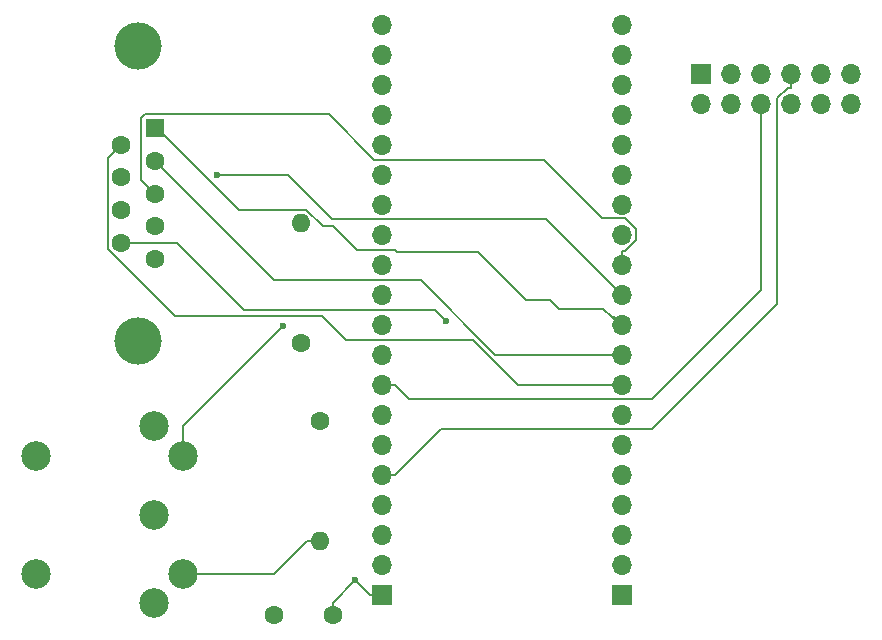
<source format=gbr>
%TF.GenerationSoftware,KiCad,Pcbnew,9.0.2*%
%TF.CreationDate,2025-12-11T17:12:11+00:00*%
%TF.ProjectId,nanoshield,6e616e6f-7368-4696-956c-642e6b696361,rev?*%
%TF.SameCoordinates,Original*%
%TF.FileFunction,Copper,L1,Top*%
%TF.FilePolarity,Positive*%
%FSLAX46Y46*%
G04 Gerber Fmt 4.6, Leading zero omitted, Abs format (unit mm)*
G04 Created by KiCad (PCBNEW 9.0.2) date 2025-12-11 17:12:11*
%MOMM*%
%LPD*%
G01*
G04 APERTURE LIST*
%TA.AperFunction,ComponentPad*%
%ADD10R,1.700000X1.700000*%
%TD*%
%TA.AperFunction,ComponentPad*%
%ADD11O,1.700000X1.700000*%
%TD*%
%TA.AperFunction,ComponentPad*%
%ADD12C,4.000000*%
%TD*%
%TA.AperFunction,ComponentPad*%
%ADD13R,1.600000X1.600000*%
%TD*%
%TA.AperFunction,ComponentPad*%
%ADD14C,1.600000*%
%TD*%
%TA.AperFunction,ComponentPad*%
%ADD15O,1.600000X1.600000*%
%TD*%
%TA.AperFunction,WasherPad*%
%ADD16C,2.499360*%
%TD*%
%TA.AperFunction,ComponentPad*%
%ADD17C,2.499360*%
%TD*%
%TA.AperFunction,ViaPad*%
%ADD18C,0.600000*%
%TD*%
%TA.AperFunction,Conductor*%
%ADD19C,0.200000*%
%TD*%
G04 APERTURE END LIST*
D10*
%TO.P,J3,1,Pin_1*%
%TO.N,+5V*%
X122550000Y-81240000D03*
D11*
%TO.P,J3,2,Pin_2*%
%TO.N,GND*%
X122550000Y-78700000D03*
%TO.P,J3,3,Pin_3*%
%TO.N,unconnected-(J3-Pin_3-Pad3)*%
X122550000Y-76160000D03*
%TO.P,J3,4,Pin_4*%
%TO.N,unconnected-(J3-Pin_4-Pad4)*%
X122550000Y-73620000D03*
%TO.P,J3,5,Pin_5*%
%TO.N,miso*%
X122550000Y-71080000D03*
%TO.P,J3,6,Pin_6*%
%TO.N,mosi*%
X122550000Y-68540000D03*
%TO.P,J3,7,Pin_7*%
%TO.N,csn*%
X122550000Y-66000000D03*
%TO.P,J3,8,Pin_8*%
%TO.N,sck*%
X122550000Y-63460000D03*
%TO.P,J3,9,Pin_9*%
%TO.N,irq*%
X122550000Y-60920000D03*
%TO.P,J3,10,Pin_10*%
%TO.N,unconnected-(J3-Pin_10-Pad10)*%
X122550000Y-58380000D03*
%TO.P,J3,11,Pin_11*%
%TO.N,unconnected-(J3-Pin_11-Pad11)*%
X122550000Y-55840000D03*
%TO.P,J3,12,Pin_12*%
%TO.N,unconnected-(J3-Pin_12-Pad12)*%
X122550000Y-53300000D03*
%TO.P,J3,13,Pin_13*%
%TO.N,unconnected-(J3-Pin_13-Pad13)*%
X122550000Y-50760000D03*
%TO.P,J3,14,Pin_14*%
%TO.N,unconnected-(J3-Pin_14-Pad14)*%
X122550000Y-48220000D03*
%TO.P,J3,15,Pin_15*%
%TO.N,unconnected-(J3-Pin_15-Pad15)*%
X122550000Y-45680000D03*
%TO.P,J3,16,Pin_16*%
%TO.N,unconnected-(J3-Pin_16-Pad16)*%
X122550000Y-43140000D03*
%TO.P,J3,17,Pin_17*%
%TO.N,unconnected-(J3-Pin_17-Pad17)*%
X122550000Y-40600000D03*
%TO.P,J3,18,Pin_18*%
%TO.N,midi-out*%
X122550000Y-38060000D03*
%TO.P,J3,19,Pin_19*%
%TO.N,unconnected-(J3-Pin_19-Pad19)*%
X122550000Y-35520000D03*
%TO.P,J3,20,Pin_20*%
%TO.N,unconnected-(J3-Pin_20-Pad20)*%
X122550000Y-32980000D03*
%TD*%
D10*
%TO.P,J1,1,Pin_1*%
%TO.N,unconnected-(J1-Pin_1-Pad1)*%
X142850000Y-81200000D03*
D11*
%TO.P,J1,2,Pin_2*%
%TO.N,unconnected-(J1-Pin_2-Pad2)*%
X142850000Y-78660000D03*
%TO.P,J1,3,Pin_3*%
%TO.N,unconnected-(J1-Pin_3-Pad3)*%
X142850000Y-76120000D03*
%TO.P,J1,4,Pin_4*%
%TO.N,unconnected-(J1-Pin_4-Pad4)*%
X142850000Y-73580000D03*
%TO.P,J1,5,Pin_5*%
%TO.N,unconnected-(J1-Pin_5-Pad5)*%
X142850000Y-71040000D03*
%TO.P,J1,6,Pin_6*%
%TO.N,unconnected-(J1-Pin_6-Pad6)*%
X142850000Y-68500000D03*
%TO.P,J1,7,Pin_7*%
%TO.N,unconnected-(J1-Pin_7-Pad7)*%
X142850000Y-65960000D03*
%TO.P,J1,8,Pin_8*%
%TO.N,btn0*%
X142850000Y-63420000D03*
%TO.P,J1,9,Pin_9*%
%TO.N,down*%
X142850000Y-60880000D03*
%TO.P,J1,10,Pin_10*%
%TO.N,up*%
X142850000Y-58340000D03*
%TO.P,J1,11,Pin_11*%
%TO.N,right*%
X142850000Y-55800000D03*
%TO.P,J1,12,Pin_12*%
%TO.N,left*%
X142850000Y-53260000D03*
%TO.P,J1,13,Pin_13*%
%TO.N,btn1*%
X142850000Y-50720000D03*
%TO.P,J1,14,Pin_14*%
%TO.N,unconnected-(J1-Pin_14-Pad14)*%
X142850000Y-48180000D03*
%TO.P,J1,15,Pin_15*%
%TO.N,unconnected-(J1-Pin_15-Pad15)*%
X142850000Y-45640000D03*
%TO.P,J1,16,Pin_16*%
%TO.N,unconnected-(J1-Pin_16-Pad16)*%
X142850000Y-43100000D03*
%TO.P,J1,17,Pin_17*%
%TO.N,unconnected-(J1-Pin_17-Pad17)*%
X142850000Y-40560000D03*
%TO.P,J1,18,Pin_18*%
%TO.N,unconnected-(J1-Pin_18-Pad18)*%
X142850000Y-38020000D03*
%TO.P,J1,19,Pin_19*%
%TO.N,+3V3*%
X142850000Y-35480000D03*
%TO.P,J1,20,Pin_20*%
%TO.N,GND*%
X142850000Y-32940000D03*
%TD*%
D12*
%TO.P,J2,0,PAD*%
%TO.N,GND*%
X101900000Y-34750000D03*
X101900000Y-59750000D03*
D13*
%TO.P,J2,1,1*%
%TO.N,up*%
X103320000Y-41710000D03*
D14*
%TO.P,J2,2,2*%
%TO.N,down*%
X103320000Y-44480000D03*
%TO.P,J2,3,3*%
%TO.N,left*%
X103320000Y-47250000D03*
%TO.P,J2,4,4*%
%TO.N,right*%
X103320000Y-50020000D03*
%TO.P,J2,5,5*%
%TO.N,unconnected-(J2-Pad5)*%
X103320000Y-52790000D03*
%TO.P,J2,6,6*%
%TO.N,btn0*%
X100480000Y-43095000D03*
%TO.P,J2,7,7*%
%TO.N,unconnected-(J2-Pad7)*%
X100480000Y-45865000D03*
%TO.P,J2,8,8*%
%TO.N,GND*%
X100480000Y-48635000D03*
%TO.P,J2,9,9*%
%TO.N,btn1*%
X100480000Y-51405000D03*
%TD*%
%TO.P,C1,1*%
%TO.N,+5V*%
X118400000Y-82950000D03*
%TO.P,C1,2*%
%TO.N,GND*%
X113400000Y-82950000D03*
%TD*%
%TO.P,R1,1*%
%TO.N,+3V3*%
X117350000Y-66470000D03*
D15*
%TO.P,R1,2*%
%TO.N,Net-(J5-Pad4)*%
X117350000Y-76630000D03*
%TD*%
D16*
%TO.P,J5,*%
%TO.N,*%
X93250000Y-69447440D03*
X93250000Y-79449960D03*
D17*
%TO.P,J5,1*%
%TO.N,unconnected-(J5-Pad1)*%
X103244900Y-81946780D03*
%TO.P,J5,2*%
%TO.N,GND*%
X103247440Y-74448700D03*
%TO.P,J5,3*%
%TO.N,unconnected-(J5-Pad3)*%
X103244900Y-66950620D03*
%TO.P,J5,4*%
%TO.N,Net-(J5-Pad4)*%
X105746800Y-79444880D03*
%TO.P,J5,5*%
%TO.N,Net-(J5-Pad5)*%
X105746800Y-69452520D03*
%TD*%
D14*
%TO.P,R2,1*%
%TO.N,Net-(J5-Pad5)*%
X115700000Y-59880000D03*
D15*
%TO.P,R2,2*%
%TO.N,midi-out*%
X115700000Y-49720000D03*
%TD*%
D10*
%TO.P,J4,1,Pin_1*%
%TO.N,unconnected-(J4-Pin_1-Pad1)*%
X149580000Y-37160000D03*
D11*
%TO.P,J4,2,Pin_2*%
%TO.N,unconnected-(J4-Pin_2-Pad2)*%
X149580000Y-39700000D03*
%TO.P,J4,3,Pin_3*%
%TO.N,irq*%
X152120000Y-37160000D03*
%TO.P,J4,4,Pin_4*%
%TO.N,unconnected-(J4-Pin_4-Pad4)*%
X152120000Y-39700000D03*
%TO.P,J4,5,Pin_5*%
%TO.N,csn*%
X154660000Y-37160000D03*
%TO.P,J4,6,Pin_6*%
%TO.N,sck*%
X154660000Y-39700000D03*
%TO.P,J4,7,Pin_7*%
%TO.N,miso*%
X157200000Y-37160000D03*
%TO.P,J4,8,Pin_8*%
%TO.N,mosi*%
X157200000Y-39700000D03*
%TO.P,J4,9,Pin_9*%
%TO.N,+5V*%
X159740000Y-37160000D03*
%TO.P,J4,10,Pin_10*%
%TO.N,unconnected-(J4-Pin_10-Pad10)*%
X159740000Y-39700000D03*
%TO.P,J4,11,Pin_11*%
%TO.N,GND*%
X162280000Y-37160000D03*
%TO.P,J4,12,Pin_12*%
X162280000Y-39700000D03*
%TD*%
D18*
%TO.N,right*%
X108595000Y-45713300D03*
%TO.N,btn1*%
X127978000Y-58031600D03*
%TO.N,+5V*%
X120302000Y-79976800D03*
%TO.N,Net-(J5-Pad5)*%
X114141000Y-58492100D03*
%TD*%
D19*
%TO.N,Net-(J5-Pad4)*%
X113433000Y-79444900D02*
X105747000Y-79444900D01*
X117350000Y-76630000D02*
X116248000Y-76630000D01*
X116248000Y-76630000D02*
X113433000Y-79444900D01*
%TO.N,down*%
X103320000Y-44480000D02*
X113410000Y-54570000D01*
X132136000Y-60880000D02*
X142850000Y-60880000D01*
X125826000Y-54570000D02*
X132136000Y-60880000D01*
X113410000Y-54570000D02*
X125826000Y-54570000D01*
%TO.N,up*%
X123700000Y-52030000D02*
X123831000Y-52160300D01*
X137556000Y-56990400D02*
X141293000Y-56990400D01*
X123831000Y-52160300D02*
X130664000Y-52160300D01*
X114241000Y-48619600D02*
X114243000Y-48618100D01*
X103922000Y-41810000D02*
X104022000Y-41910000D01*
X110479000Y-48619600D02*
X114241000Y-48619600D01*
X130664000Y-52160300D02*
X134744000Y-56240400D01*
X114243000Y-48618100D02*
X116156000Y-48618100D01*
X118428000Y-50010200D02*
X120448000Y-52030000D01*
X116156000Y-48618100D02*
X117549000Y-50010200D01*
X110461000Y-48637400D02*
X110479000Y-48619600D01*
X110461000Y-48637500D02*
X110461000Y-48637400D01*
X117549000Y-50010200D02*
X118428000Y-50010200D01*
X104022000Y-42198000D02*
X110461000Y-48637500D01*
X142215000Y-57705200D02*
X142850000Y-58340000D01*
X134744000Y-56240400D02*
X136806000Y-56240400D01*
X136806000Y-56240400D02*
X137556000Y-56990400D01*
X142008000Y-57705200D02*
X142215000Y-57705200D01*
X120448000Y-52030000D02*
X123700000Y-52030000D01*
X104022000Y-41910000D02*
X104022000Y-42198000D01*
X142008000Y-57705200D02*
X142723000Y-58420000D01*
X141293000Y-56990400D02*
X142008000Y-57705200D01*
%TO.N,right*%
X118314000Y-49406900D02*
X136456000Y-49406900D01*
X114621000Y-45713300D02*
X118314000Y-49406900D01*
X108595000Y-45713300D02*
X114621000Y-45713300D01*
X136456000Y-49406900D02*
X142850000Y-55800000D01*
%TO.N,left*%
X102466600Y-40529800D02*
X118039800Y-40529800D01*
X144031700Y-51195100D02*
X143118500Y-52108300D01*
X121920000Y-44410000D02*
X136266300Y-44410000D01*
X103320000Y-47250000D02*
X102139800Y-46069800D01*
X102139800Y-40856600D02*
X102466600Y-40529800D01*
X143118500Y-52108300D02*
X142850000Y-52108300D01*
X142850000Y-53260000D02*
X142850000Y-52108300D01*
X144031700Y-50240400D02*
X144031700Y-51195100D01*
X141194800Y-49338500D02*
X143129800Y-49338500D01*
X136266300Y-44410000D02*
X141194800Y-49338500D01*
X143129800Y-49338500D02*
X144031700Y-50240400D01*
X118039800Y-40529800D02*
X121920000Y-44410000D01*
X102139800Y-46069800D02*
X102139800Y-40856600D01*
%TO.N,btn1*%
X127978000Y-58031600D02*
X127057000Y-57110000D01*
X105197000Y-51405000D02*
X100480000Y-51405000D01*
X127057000Y-57110000D02*
X110902000Y-57110000D01*
X110902000Y-57110000D02*
X105197000Y-51405000D01*
%TO.N,btn0*%
X134040000Y-63420000D02*
X142850000Y-63420000D01*
X119476000Y-59650000D02*
X130270000Y-59650000D01*
X117456000Y-57630200D02*
X119476000Y-59650000D01*
X99366000Y-44209000D02*
X99366000Y-51929100D01*
X100480000Y-43095000D02*
X99366000Y-44209000D01*
X105067000Y-57630200D02*
X117456000Y-57630200D01*
X99366000Y-51929100D02*
X105067000Y-57630200D01*
X130270000Y-59650000D02*
X134040000Y-63420000D01*
%TO.N,miso*%
X156912000Y-38311900D02*
X156048000Y-39175700D01*
X127592000Y-67190000D02*
X123702000Y-71080000D01*
X157200000Y-38311900D02*
X156912000Y-38311900D01*
X157200000Y-37160000D02*
X157200000Y-38311900D01*
X123702000Y-71080000D02*
X122550000Y-71080000D01*
X156048000Y-39175700D02*
X156048000Y-56553900D01*
X145412000Y-67190000D02*
X127592000Y-67190000D01*
X156048000Y-56553900D02*
X145412000Y-67190000D01*
%TO.N,sck*%
X145412000Y-64650000D02*
X124892000Y-64650000D01*
X123702000Y-63460000D02*
X122550000Y-63460000D01*
X154660000Y-39700000D02*
X154660000Y-55402000D01*
X124892000Y-64650000D02*
X123702000Y-63460000D01*
X154660000Y-55402000D02*
X145412000Y-64650000D01*
%TO.N,+5V*%
X121565000Y-81240000D02*
X122550000Y-81240000D01*
X120302000Y-79976800D02*
X121565000Y-81240000D01*
X118400000Y-82950000D02*
X118400000Y-81878800D01*
X118400000Y-81878800D02*
X120302000Y-79976800D01*
%TO.N,Net-(J5-Pad5)*%
X105699000Y-68264700D02*
X105746800Y-68312500D01*
X105747000Y-67949500D02*
X105747000Y-68191500D01*
X105699000Y-67901700D02*
X105699000Y-68143700D01*
X105699000Y-67901700D02*
X105747000Y-67949500D01*
X105699000Y-68264700D02*
X105699000Y-68385700D01*
X105699000Y-66933700D02*
X105699000Y-67901700D01*
X105699000Y-68143700D02*
X105747000Y-68191500D01*
X114141000Y-58492100D02*
X105699000Y-66933700D01*
X105699000Y-68143700D02*
X105699000Y-68264700D01*
X105747000Y-68191500D02*
X105747000Y-68325200D01*
%TD*%
M02*

</source>
